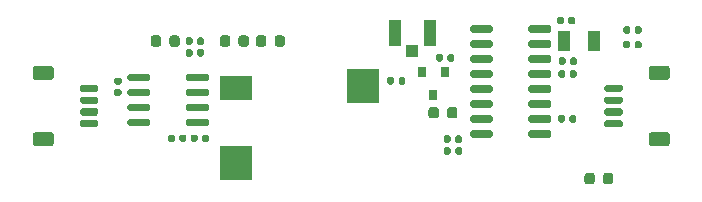
<source format=gbr>
%TF.GenerationSoftware,KiCad,Pcbnew,(5.1.6-0-10_14)*%
%TF.CreationDate,2020-10-15T10:38:44-05:00*%
%TF.ProjectId,MBRadio_4732_BO,4d425261-6469-46f5-9f34-3733325f424f,rev?*%
%TF.SameCoordinates,Original*%
%TF.FileFunction,Paste,Top*%
%TF.FilePolarity,Positive*%
%FSLAX46Y46*%
G04 Gerber Fmt 4.6, Leading zero omitted, Abs format (unit mm)*
G04 Created by KiCad (PCBNEW (5.1.6-0-10_14)) date 2020-10-15 10:38:44*
%MOMM*%
%LPD*%
G01*
G04 APERTURE LIST*
%ADD10R,0.800000X0.900000*%
%ADD11R,2.700000X2.900000*%
%ADD12R,2.700000X2.100000*%
%ADD13R,1.050000X2.200000*%
%ADD14R,1.000000X1.050000*%
%ADD15R,1.000000X1.800000*%
G04 APERTURE END LIST*
%TO.C,U5*%
G36*
G01*
X37550000Y-95745000D02*
X37550000Y-95445000D01*
G75*
G02*
X37700000Y-95295000I150000J0D01*
G01*
X39350000Y-95295000D01*
G75*
G02*
X39500000Y-95445000I0J-150000D01*
G01*
X39500000Y-95745000D01*
G75*
G02*
X39350000Y-95895000I-150000J0D01*
G01*
X37700000Y-95895000D01*
G75*
G02*
X37550000Y-95745000I0J150000D01*
G01*
G37*
G36*
G01*
X37550000Y-97015000D02*
X37550000Y-96715000D01*
G75*
G02*
X37700000Y-96565000I150000J0D01*
G01*
X39350000Y-96565000D01*
G75*
G02*
X39500000Y-96715000I0J-150000D01*
G01*
X39500000Y-97015000D01*
G75*
G02*
X39350000Y-97165000I-150000J0D01*
G01*
X37700000Y-97165000D01*
G75*
G02*
X37550000Y-97015000I0J150000D01*
G01*
G37*
G36*
G01*
X37550000Y-98285000D02*
X37550000Y-97985000D01*
G75*
G02*
X37700000Y-97835000I150000J0D01*
G01*
X39350000Y-97835000D01*
G75*
G02*
X39500000Y-97985000I0J-150000D01*
G01*
X39500000Y-98285000D01*
G75*
G02*
X39350000Y-98435000I-150000J0D01*
G01*
X37700000Y-98435000D01*
G75*
G02*
X37550000Y-98285000I0J150000D01*
G01*
G37*
G36*
G01*
X37550000Y-99555000D02*
X37550000Y-99255000D01*
G75*
G02*
X37700000Y-99105000I150000J0D01*
G01*
X39350000Y-99105000D01*
G75*
G02*
X39500000Y-99255000I0J-150000D01*
G01*
X39500000Y-99555000D01*
G75*
G02*
X39350000Y-99705000I-150000J0D01*
G01*
X37700000Y-99705000D01*
G75*
G02*
X37550000Y-99555000I0J150000D01*
G01*
G37*
G36*
G01*
X42500000Y-99555000D02*
X42500000Y-99255000D01*
G75*
G02*
X42650000Y-99105000I150000J0D01*
G01*
X44300000Y-99105000D01*
G75*
G02*
X44450000Y-99255000I0J-150000D01*
G01*
X44450000Y-99555000D01*
G75*
G02*
X44300000Y-99705000I-150000J0D01*
G01*
X42650000Y-99705000D01*
G75*
G02*
X42500000Y-99555000I0J150000D01*
G01*
G37*
G36*
G01*
X42500000Y-98285000D02*
X42500000Y-97985000D01*
G75*
G02*
X42650000Y-97835000I150000J0D01*
G01*
X44300000Y-97835000D01*
G75*
G02*
X44450000Y-97985000I0J-150000D01*
G01*
X44450000Y-98285000D01*
G75*
G02*
X44300000Y-98435000I-150000J0D01*
G01*
X42650000Y-98435000D01*
G75*
G02*
X42500000Y-98285000I0J150000D01*
G01*
G37*
G36*
G01*
X42500000Y-97015000D02*
X42500000Y-96715000D01*
G75*
G02*
X42650000Y-96565000I150000J0D01*
G01*
X44300000Y-96565000D01*
G75*
G02*
X44450000Y-96715000I0J-150000D01*
G01*
X44450000Y-97015000D01*
G75*
G02*
X44300000Y-97165000I-150000J0D01*
G01*
X42650000Y-97165000D01*
G75*
G02*
X42500000Y-97015000I0J150000D01*
G01*
G37*
G36*
G01*
X42500000Y-95745000D02*
X42500000Y-95445000D01*
G75*
G02*
X42650000Y-95295000I150000J0D01*
G01*
X44300000Y-95295000D01*
G75*
G02*
X44450000Y-95445000I0J-150000D01*
G01*
X44450000Y-95745000D01*
G75*
G02*
X44300000Y-95895000I-150000J0D01*
G01*
X42650000Y-95895000D01*
G75*
G02*
X42500000Y-95745000I0J150000D01*
G01*
G37*
%TD*%
%TO.C,C1*%
G36*
G01*
X74040000Y-95452500D02*
X74040000Y-95107500D01*
G75*
G02*
X74187500Y-94960000I147500J0D01*
G01*
X74482500Y-94960000D01*
G75*
G02*
X74630000Y-95107500I0J-147500D01*
G01*
X74630000Y-95452500D01*
G75*
G02*
X74482500Y-95600000I-147500J0D01*
G01*
X74187500Y-95600000D01*
G75*
G02*
X74040000Y-95452500I0J147500D01*
G01*
G37*
G36*
G01*
X75010000Y-95452500D02*
X75010000Y-95107500D01*
G75*
G02*
X75157500Y-94960000I147500J0D01*
G01*
X75452500Y-94960000D01*
G75*
G02*
X75600000Y-95107500I0J-147500D01*
G01*
X75600000Y-95452500D01*
G75*
G02*
X75452500Y-95600000I-147500J0D01*
G01*
X75157500Y-95600000D01*
G75*
G02*
X75010000Y-95452500I0J147500D01*
G01*
G37*
%TD*%
%TO.C,C2*%
G36*
G01*
X75020000Y-94372500D02*
X75020000Y-94027500D01*
G75*
G02*
X75167500Y-93880000I147500J0D01*
G01*
X75462500Y-93880000D01*
G75*
G02*
X75610000Y-94027500I0J-147500D01*
G01*
X75610000Y-94372500D01*
G75*
G02*
X75462500Y-94520000I-147500J0D01*
G01*
X75167500Y-94520000D01*
G75*
G02*
X75020000Y-94372500I0J147500D01*
G01*
G37*
G36*
G01*
X74050000Y-94372500D02*
X74050000Y-94027500D01*
G75*
G02*
X74197500Y-93880000I147500J0D01*
G01*
X74492500Y-93880000D01*
G75*
G02*
X74640000Y-94027500I0J-147500D01*
G01*
X74640000Y-94372500D01*
G75*
G02*
X74492500Y-94520000I-147500J0D01*
G01*
X74197500Y-94520000D01*
G75*
G02*
X74050000Y-94372500I0J147500D01*
G01*
G37*
%TD*%
%TO.C,C6*%
G36*
G01*
X63670000Y-94082500D02*
X63670000Y-93737500D01*
G75*
G02*
X63817500Y-93590000I147500J0D01*
G01*
X64112500Y-93590000D01*
G75*
G02*
X64260000Y-93737500I0J-147500D01*
G01*
X64260000Y-94082500D01*
G75*
G02*
X64112500Y-94230000I-147500J0D01*
G01*
X63817500Y-94230000D01*
G75*
G02*
X63670000Y-94082500I0J147500D01*
G01*
G37*
G36*
G01*
X64640000Y-94082500D02*
X64640000Y-93737500D01*
G75*
G02*
X64787500Y-93590000I147500J0D01*
G01*
X65082500Y-93590000D01*
G75*
G02*
X65230000Y-93737500I0J-147500D01*
G01*
X65230000Y-94082500D01*
G75*
G02*
X65082500Y-94230000I-147500J0D01*
G01*
X64787500Y-94230000D01*
G75*
G02*
X64640000Y-94082500I0J147500D01*
G01*
G37*
%TD*%
%TO.C,C7*%
G36*
G01*
X45375000Y-92756250D02*
X45375000Y-92243750D01*
G75*
G02*
X45593750Y-92025000I218750J0D01*
G01*
X46031250Y-92025000D01*
G75*
G02*
X46250000Y-92243750I0J-218750D01*
G01*
X46250000Y-92756250D01*
G75*
G02*
X46031250Y-92975000I-218750J0D01*
G01*
X45593750Y-92975000D01*
G75*
G02*
X45375000Y-92756250I0J218750D01*
G01*
G37*
G36*
G01*
X46950000Y-92756250D02*
X46950000Y-92243750D01*
G75*
G02*
X47168750Y-92025000I218750J0D01*
G01*
X47606250Y-92025000D01*
G75*
G02*
X47825000Y-92243750I0J-218750D01*
G01*
X47825000Y-92756250D01*
G75*
G02*
X47606250Y-92975000I-218750J0D01*
G01*
X47168750Y-92975000D01*
G75*
G02*
X46950000Y-92756250I0J218750D01*
G01*
G37*
%TD*%
%TO.C,C9*%
G36*
G01*
X60500000Y-96032500D02*
X60500000Y-95687500D01*
G75*
G02*
X60647500Y-95540000I147500J0D01*
G01*
X60942500Y-95540000D01*
G75*
G02*
X61090000Y-95687500I0J-147500D01*
G01*
X61090000Y-96032500D01*
G75*
G02*
X60942500Y-96180000I-147500J0D01*
G01*
X60647500Y-96180000D01*
G75*
G02*
X60500000Y-96032500I0J147500D01*
G01*
G37*
G36*
G01*
X59530000Y-96032500D02*
X59530000Y-95687500D01*
G75*
G02*
X59677500Y-95540000I147500J0D01*
G01*
X59972500Y-95540000D01*
G75*
G02*
X60120000Y-95687500I0J-147500D01*
G01*
X60120000Y-96032500D01*
G75*
G02*
X59972500Y-96180000I-147500J0D01*
G01*
X59677500Y-96180000D01*
G75*
G02*
X59530000Y-96032500I0J147500D01*
G01*
G37*
%TD*%
%TO.C,C12*%
G36*
G01*
X39525000Y-92756250D02*
X39525000Y-92243750D01*
G75*
G02*
X39743750Y-92025000I218750J0D01*
G01*
X40181250Y-92025000D01*
G75*
G02*
X40400000Y-92243750I0J-218750D01*
G01*
X40400000Y-92756250D01*
G75*
G02*
X40181250Y-92975000I-218750J0D01*
G01*
X39743750Y-92975000D01*
G75*
G02*
X39525000Y-92756250I0J218750D01*
G01*
G37*
G36*
G01*
X41100000Y-92756250D02*
X41100000Y-92243750D01*
G75*
G02*
X41318750Y-92025000I218750J0D01*
G01*
X41756250Y-92025000D01*
G75*
G02*
X41975000Y-92243750I0J-218750D01*
G01*
X41975000Y-92756250D01*
G75*
G02*
X41756250Y-92975000I-218750J0D01*
G01*
X41318750Y-92975000D01*
G75*
G02*
X41100000Y-92756250I0J218750D01*
G01*
G37*
%TD*%
%TO.C,C13*%
G36*
G01*
X36912500Y-96180000D02*
X36567500Y-96180000D01*
G75*
G02*
X36420000Y-96032500I0J147500D01*
G01*
X36420000Y-95737500D01*
G75*
G02*
X36567500Y-95590000I147500J0D01*
G01*
X36912500Y-95590000D01*
G75*
G02*
X37060000Y-95737500I0J-147500D01*
G01*
X37060000Y-96032500D01*
G75*
G02*
X36912500Y-96180000I-147500J0D01*
G01*
G37*
G36*
G01*
X36912500Y-97150000D02*
X36567500Y-97150000D01*
G75*
G02*
X36420000Y-97002500I0J147500D01*
G01*
X36420000Y-96707500D01*
G75*
G02*
X36567500Y-96560000I147500J0D01*
G01*
X36912500Y-96560000D01*
G75*
G02*
X37060000Y-96707500I0J-147500D01*
G01*
X37060000Y-97002500D01*
G75*
G02*
X36912500Y-97150000I-147500J0D01*
G01*
G37*
%TD*%
%TO.C,C14*%
G36*
G01*
X42540000Y-100557500D02*
X42540000Y-100902500D01*
G75*
G02*
X42392500Y-101050000I-147500J0D01*
G01*
X42097500Y-101050000D01*
G75*
G02*
X41950000Y-100902500I0J147500D01*
G01*
X41950000Y-100557500D01*
G75*
G02*
X42097500Y-100410000I147500J0D01*
G01*
X42392500Y-100410000D01*
G75*
G02*
X42540000Y-100557500I0J-147500D01*
G01*
G37*
G36*
G01*
X41570000Y-100557500D02*
X41570000Y-100902500D01*
G75*
G02*
X41422500Y-101050000I-147500J0D01*
G01*
X41127500Y-101050000D01*
G75*
G02*
X40980000Y-100902500I0J147500D01*
G01*
X40980000Y-100557500D01*
G75*
G02*
X41127500Y-100410000I147500J0D01*
G01*
X41422500Y-100410000D01*
G75*
G02*
X41570000Y-100557500I0J-147500D01*
G01*
G37*
%TD*%
D10*
%TO.C,D2*%
X64400000Y-95080000D03*
X62500000Y-95080000D03*
X63450000Y-97080000D03*
%TD*%
D11*
%TO.C,J3*%
X46750000Y-102800000D03*
X57450000Y-96300000D03*
D12*
X46750000Y-96450000D03*
%TD*%
%TO.C,J2*%
G36*
G01*
X79335000Y-99800000D02*
X78085000Y-99800000D01*
G75*
G02*
X77935000Y-99650000I0J150000D01*
G01*
X77935000Y-99350000D01*
G75*
G02*
X78085000Y-99200000I150000J0D01*
G01*
X79335000Y-99200000D01*
G75*
G02*
X79485000Y-99350000I0J-150000D01*
G01*
X79485000Y-99650000D01*
G75*
G02*
X79335000Y-99800000I-150000J0D01*
G01*
G37*
G36*
G01*
X79335000Y-98800000D02*
X78085000Y-98800000D01*
G75*
G02*
X77935000Y-98650000I0J150000D01*
G01*
X77935000Y-98350000D01*
G75*
G02*
X78085000Y-98200000I150000J0D01*
G01*
X79335000Y-98200000D01*
G75*
G02*
X79485000Y-98350000I0J-150000D01*
G01*
X79485000Y-98650000D01*
G75*
G02*
X79335000Y-98800000I-150000J0D01*
G01*
G37*
G36*
G01*
X79335000Y-97800000D02*
X78085000Y-97800000D01*
G75*
G02*
X77935000Y-97650000I0J150000D01*
G01*
X77935000Y-97350000D01*
G75*
G02*
X78085000Y-97200000I150000J0D01*
G01*
X79335000Y-97200000D01*
G75*
G02*
X79485000Y-97350000I0J-150000D01*
G01*
X79485000Y-97650000D01*
G75*
G02*
X79335000Y-97800000I-150000J0D01*
G01*
G37*
G36*
G01*
X79335000Y-96800000D02*
X78085000Y-96800000D01*
G75*
G02*
X77935000Y-96650000I0J150000D01*
G01*
X77935000Y-96350000D01*
G75*
G02*
X78085000Y-96200000I150000J0D01*
G01*
X79335000Y-96200000D01*
G75*
G02*
X79485000Y-96350000I0J-150000D01*
G01*
X79485000Y-96650000D01*
G75*
G02*
X79335000Y-96800000I-150000J0D01*
G01*
G37*
G36*
G01*
X83235400Y-101400000D02*
X81934600Y-101400000D01*
G75*
G02*
X81685000Y-101150400I0J249600D01*
G01*
X81685000Y-100449600D01*
G75*
G02*
X81934600Y-100200000I249600J0D01*
G01*
X83235400Y-100200000D01*
G75*
G02*
X83485000Y-100449600I0J-249600D01*
G01*
X83485000Y-101150400D01*
G75*
G02*
X83235400Y-101400000I-249600J0D01*
G01*
G37*
G36*
G01*
X83235400Y-95800000D02*
X81934600Y-95800000D01*
G75*
G02*
X81685000Y-95550400I0J249600D01*
G01*
X81685000Y-94849600D01*
G75*
G02*
X81934600Y-94600000I249600J0D01*
G01*
X83235400Y-94600000D01*
G75*
G02*
X83485000Y-94849600I0J-249600D01*
G01*
X83485000Y-95550400D01*
G75*
G02*
X83235400Y-95800000I-249600J0D01*
G01*
G37*
%TD*%
%TO.C,L1*%
G36*
G01*
X65485000Y-98313750D02*
X65485000Y-98826250D01*
G75*
G02*
X65266250Y-99045000I-218750J0D01*
G01*
X64828750Y-99045000D01*
G75*
G02*
X64610000Y-98826250I0J218750D01*
G01*
X64610000Y-98313750D01*
G75*
G02*
X64828750Y-98095000I218750J0D01*
G01*
X65266250Y-98095000D01*
G75*
G02*
X65485000Y-98313750I0J-218750D01*
G01*
G37*
G36*
G01*
X63910000Y-98313750D02*
X63910000Y-98826250D01*
G75*
G02*
X63691250Y-99045000I-218750J0D01*
G01*
X63253750Y-99045000D01*
G75*
G02*
X63035000Y-98826250I0J218750D01*
G01*
X63035000Y-98313750D01*
G75*
G02*
X63253750Y-98095000I218750J0D01*
G01*
X63691250Y-98095000D01*
G75*
G02*
X63910000Y-98313750I0J-218750D01*
G01*
G37*
%TD*%
%TO.C,R2*%
G36*
G01*
X73910000Y-90942500D02*
X73910000Y-90597500D01*
G75*
G02*
X74057500Y-90450000I147500J0D01*
G01*
X74352500Y-90450000D01*
G75*
G02*
X74500000Y-90597500I0J-147500D01*
G01*
X74500000Y-90942500D01*
G75*
G02*
X74352500Y-91090000I-147500J0D01*
G01*
X74057500Y-91090000D01*
G75*
G02*
X73910000Y-90942500I0J147500D01*
G01*
G37*
G36*
G01*
X74880000Y-90942500D02*
X74880000Y-90597500D01*
G75*
G02*
X75027500Y-90450000I147500J0D01*
G01*
X75322500Y-90450000D01*
G75*
G02*
X75470000Y-90597500I0J-147500D01*
G01*
X75470000Y-90942500D01*
G75*
G02*
X75322500Y-91090000I-147500J0D01*
G01*
X75027500Y-91090000D01*
G75*
G02*
X74880000Y-90942500I0J147500D01*
G01*
G37*
%TD*%
%TO.C,R5*%
G36*
G01*
X42470000Y-92672500D02*
X42470000Y-92327500D01*
G75*
G02*
X42617500Y-92180000I147500J0D01*
G01*
X42912500Y-92180000D01*
G75*
G02*
X43060000Y-92327500I0J-147500D01*
G01*
X43060000Y-92672500D01*
G75*
G02*
X42912500Y-92820000I-147500J0D01*
G01*
X42617500Y-92820000D01*
G75*
G02*
X42470000Y-92672500I0J147500D01*
G01*
G37*
G36*
G01*
X43440000Y-92672500D02*
X43440000Y-92327500D01*
G75*
G02*
X43587500Y-92180000I147500J0D01*
G01*
X43882500Y-92180000D01*
G75*
G02*
X44030000Y-92327500I0J-147500D01*
G01*
X44030000Y-92672500D01*
G75*
G02*
X43882500Y-92820000I-147500J0D01*
G01*
X43587500Y-92820000D01*
G75*
G02*
X43440000Y-92672500I0J147500D01*
G01*
G37*
%TD*%
%TO.C,R12*%
G36*
G01*
X43440000Y-93672500D02*
X43440000Y-93327500D01*
G75*
G02*
X43587500Y-93180000I147500J0D01*
G01*
X43882500Y-93180000D01*
G75*
G02*
X44030000Y-93327500I0J-147500D01*
G01*
X44030000Y-93672500D01*
G75*
G02*
X43882500Y-93820000I-147500J0D01*
G01*
X43587500Y-93820000D01*
G75*
G02*
X43440000Y-93672500I0J147500D01*
G01*
G37*
G36*
G01*
X42470000Y-93672500D02*
X42470000Y-93327500D01*
G75*
G02*
X42617500Y-93180000I147500J0D01*
G01*
X42912500Y-93180000D01*
G75*
G02*
X43060000Y-93327500I0J-147500D01*
G01*
X43060000Y-93672500D01*
G75*
G02*
X42912500Y-93820000I-147500J0D01*
G01*
X42617500Y-93820000D01*
G75*
G02*
X42470000Y-93672500I0J147500D01*
G01*
G37*
%TD*%
%TO.C,R13*%
G36*
G01*
X43490000Y-100557500D02*
X43490000Y-100902500D01*
G75*
G02*
X43342500Y-101050000I-147500J0D01*
G01*
X43047500Y-101050000D01*
G75*
G02*
X42900000Y-100902500I0J147500D01*
G01*
X42900000Y-100557500D01*
G75*
G02*
X43047500Y-100410000I147500J0D01*
G01*
X43342500Y-100410000D01*
G75*
G02*
X43490000Y-100557500I0J-147500D01*
G01*
G37*
G36*
G01*
X44460000Y-100557500D02*
X44460000Y-100902500D01*
G75*
G02*
X44312500Y-101050000I-147500J0D01*
G01*
X44017500Y-101050000D01*
G75*
G02*
X43870000Y-100902500I0J147500D01*
G01*
X43870000Y-100557500D01*
G75*
G02*
X44017500Y-100410000I147500J0D01*
G01*
X44312500Y-100410000D01*
G75*
G02*
X44460000Y-100557500I0J-147500D01*
G01*
G37*
%TD*%
%TO.C,U1*%
G36*
G01*
X66550000Y-91625000D02*
X66550000Y-91325000D01*
G75*
G02*
X66700000Y-91175000I150000J0D01*
G01*
X68350000Y-91175000D01*
G75*
G02*
X68500000Y-91325000I0J-150000D01*
G01*
X68500000Y-91625000D01*
G75*
G02*
X68350000Y-91775000I-150000J0D01*
G01*
X66700000Y-91775000D01*
G75*
G02*
X66550000Y-91625000I0J150000D01*
G01*
G37*
G36*
G01*
X66550000Y-92895000D02*
X66550000Y-92595000D01*
G75*
G02*
X66700000Y-92445000I150000J0D01*
G01*
X68350000Y-92445000D01*
G75*
G02*
X68500000Y-92595000I0J-150000D01*
G01*
X68500000Y-92895000D01*
G75*
G02*
X68350000Y-93045000I-150000J0D01*
G01*
X66700000Y-93045000D01*
G75*
G02*
X66550000Y-92895000I0J150000D01*
G01*
G37*
G36*
G01*
X66550000Y-94165000D02*
X66550000Y-93865000D01*
G75*
G02*
X66700000Y-93715000I150000J0D01*
G01*
X68350000Y-93715000D01*
G75*
G02*
X68500000Y-93865000I0J-150000D01*
G01*
X68500000Y-94165000D01*
G75*
G02*
X68350000Y-94315000I-150000J0D01*
G01*
X66700000Y-94315000D01*
G75*
G02*
X66550000Y-94165000I0J150000D01*
G01*
G37*
G36*
G01*
X66550000Y-95435000D02*
X66550000Y-95135000D01*
G75*
G02*
X66700000Y-94985000I150000J0D01*
G01*
X68350000Y-94985000D01*
G75*
G02*
X68500000Y-95135000I0J-150000D01*
G01*
X68500000Y-95435000D01*
G75*
G02*
X68350000Y-95585000I-150000J0D01*
G01*
X66700000Y-95585000D01*
G75*
G02*
X66550000Y-95435000I0J150000D01*
G01*
G37*
G36*
G01*
X66550000Y-96705000D02*
X66550000Y-96405000D01*
G75*
G02*
X66700000Y-96255000I150000J0D01*
G01*
X68350000Y-96255000D01*
G75*
G02*
X68500000Y-96405000I0J-150000D01*
G01*
X68500000Y-96705000D01*
G75*
G02*
X68350000Y-96855000I-150000J0D01*
G01*
X66700000Y-96855000D01*
G75*
G02*
X66550000Y-96705000I0J150000D01*
G01*
G37*
G36*
G01*
X66550000Y-97975000D02*
X66550000Y-97675000D01*
G75*
G02*
X66700000Y-97525000I150000J0D01*
G01*
X68350000Y-97525000D01*
G75*
G02*
X68500000Y-97675000I0J-150000D01*
G01*
X68500000Y-97975000D01*
G75*
G02*
X68350000Y-98125000I-150000J0D01*
G01*
X66700000Y-98125000D01*
G75*
G02*
X66550000Y-97975000I0J150000D01*
G01*
G37*
G36*
G01*
X66550000Y-99245000D02*
X66550000Y-98945000D01*
G75*
G02*
X66700000Y-98795000I150000J0D01*
G01*
X68350000Y-98795000D01*
G75*
G02*
X68500000Y-98945000I0J-150000D01*
G01*
X68500000Y-99245000D01*
G75*
G02*
X68350000Y-99395000I-150000J0D01*
G01*
X66700000Y-99395000D01*
G75*
G02*
X66550000Y-99245000I0J150000D01*
G01*
G37*
G36*
G01*
X66550000Y-100515000D02*
X66550000Y-100215000D01*
G75*
G02*
X66700000Y-100065000I150000J0D01*
G01*
X68350000Y-100065000D01*
G75*
G02*
X68500000Y-100215000I0J-150000D01*
G01*
X68500000Y-100515000D01*
G75*
G02*
X68350000Y-100665000I-150000J0D01*
G01*
X66700000Y-100665000D01*
G75*
G02*
X66550000Y-100515000I0J150000D01*
G01*
G37*
G36*
G01*
X71500000Y-100515000D02*
X71500000Y-100215000D01*
G75*
G02*
X71650000Y-100065000I150000J0D01*
G01*
X73300000Y-100065000D01*
G75*
G02*
X73450000Y-100215000I0J-150000D01*
G01*
X73450000Y-100515000D01*
G75*
G02*
X73300000Y-100665000I-150000J0D01*
G01*
X71650000Y-100665000D01*
G75*
G02*
X71500000Y-100515000I0J150000D01*
G01*
G37*
G36*
G01*
X71500000Y-99245000D02*
X71500000Y-98945000D01*
G75*
G02*
X71650000Y-98795000I150000J0D01*
G01*
X73300000Y-98795000D01*
G75*
G02*
X73450000Y-98945000I0J-150000D01*
G01*
X73450000Y-99245000D01*
G75*
G02*
X73300000Y-99395000I-150000J0D01*
G01*
X71650000Y-99395000D01*
G75*
G02*
X71500000Y-99245000I0J150000D01*
G01*
G37*
G36*
G01*
X71500000Y-97975000D02*
X71500000Y-97675000D01*
G75*
G02*
X71650000Y-97525000I150000J0D01*
G01*
X73300000Y-97525000D01*
G75*
G02*
X73450000Y-97675000I0J-150000D01*
G01*
X73450000Y-97975000D01*
G75*
G02*
X73300000Y-98125000I-150000J0D01*
G01*
X71650000Y-98125000D01*
G75*
G02*
X71500000Y-97975000I0J150000D01*
G01*
G37*
G36*
G01*
X71500000Y-96705000D02*
X71500000Y-96405000D01*
G75*
G02*
X71650000Y-96255000I150000J0D01*
G01*
X73300000Y-96255000D01*
G75*
G02*
X73450000Y-96405000I0J-150000D01*
G01*
X73450000Y-96705000D01*
G75*
G02*
X73300000Y-96855000I-150000J0D01*
G01*
X71650000Y-96855000D01*
G75*
G02*
X71500000Y-96705000I0J150000D01*
G01*
G37*
G36*
G01*
X71500000Y-95435000D02*
X71500000Y-95135000D01*
G75*
G02*
X71650000Y-94985000I150000J0D01*
G01*
X73300000Y-94985000D01*
G75*
G02*
X73450000Y-95135000I0J-150000D01*
G01*
X73450000Y-95435000D01*
G75*
G02*
X73300000Y-95585000I-150000J0D01*
G01*
X71650000Y-95585000D01*
G75*
G02*
X71500000Y-95435000I0J150000D01*
G01*
G37*
G36*
G01*
X71500000Y-94165000D02*
X71500000Y-93865000D01*
G75*
G02*
X71650000Y-93715000I150000J0D01*
G01*
X73300000Y-93715000D01*
G75*
G02*
X73450000Y-93865000I0J-150000D01*
G01*
X73450000Y-94165000D01*
G75*
G02*
X73300000Y-94315000I-150000J0D01*
G01*
X71650000Y-94315000D01*
G75*
G02*
X71500000Y-94165000I0J150000D01*
G01*
G37*
G36*
G01*
X71500000Y-92895000D02*
X71500000Y-92595000D01*
G75*
G02*
X71650000Y-92445000I150000J0D01*
G01*
X73300000Y-92445000D01*
G75*
G02*
X73450000Y-92595000I0J-150000D01*
G01*
X73450000Y-92895000D01*
G75*
G02*
X73300000Y-93045000I-150000J0D01*
G01*
X71650000Y-93045000D01*
G75*
G02*
X71500000Y-92895000I0J150000D01*
G01*
G37*
G36*
G01*
X71500000Y-91625000D02*
X71500000Y-91325000D01*
G75*
G02*
X71650000Y-91175000I150000J0D01*
G01*
X73300000Y-91175000D01*
G75*
G02*
X73450000Y-91325000I0J-150000D01*
G01*
X73450000Y-91625000D01*
G75*
G02*
X73300000Y-91775000I-150000J0D01*
G01*
X71650000Y-91775000D01*
G75*
G02*
X71500000Y-91625000I0J150000D01*
G01*
G37*
%TD*%
%TO.C,J1*%
G36*
G01*
X33675000Y-96200000D02*
X34925000Y-96200000D01*
G75*
G02*
X35075000Y-96350000I0J-150000D01*
G01*
X35075000Y-96650000D01*
G75*
G02*
X34925000Y-96800000I-150000J0D01*
G01*
X33675000Y-96800000D01*
G75*
G02*
X33525000Y-96650000I0J150000D01*
G01*
X33525000Y-96350000D01*
G75*
G02*
X33675000Y-96200000I150000J0D01*
G01*
G37*
G36*
G01*
X33675000Y-97200000D02*
X34925000Y-97200000D01*
G75*
G02*
X35075000Y-97350000I0J-150000D01*
G01*
X35075000Y-97650000D01*
G75*
G02*
X34925000Y-97800000I-150000J0D01*
G01*
X33675000Y-97800000D01*
G75*
G02*
X33525000Y-97650000I0J150000D01*
G01*
X33525000Y-97350000D01*
G75*
G02*
X33675000Y-97200000I150000J0D01*
G01*
G37*
G36*
G01*
X33675000Y-98200000D02*
X34925000Y-98200000D01*
G75*
G02*
X35075000Y-98350000I0J-150000D01*
G01*
X35075000Y-98650000D01*
G75*
G02*
X34925000Y-98800000I-150000J0D01*
G01*
X33675000Y-98800000D01*
G75*
G02*
X33525000Y-98650000I0J150000D01*
G01*
X33525000Y-98350000D01*
G75*
G02*
X33675000Y-98200000I150000J0D01*
G01*
G37*
G36*
G01*
X33675000Y-99200000D02*
X34925000Y-99200000D01*
G75*
G02*
X35075000Y-99350000I0J-150000D01*
G01*
X35075000Y-99650000D01*
G75*
G02*
X34925000Y-99800000I-150000J0D01*
G01*
X33675000Y-99800000D01*
G75*
G02*
X33525000Y-99650000I0J150000D01*
G01*
X33525000Y-99350000D01*
G75*
G02*
X33675000Y-99200000I150000J0D01*
G01*
G37*
G36*
G01*
X29774600Y-94600000D02*
X31075400Y-94600000D01*
G75*
G02*
X31325000Y-94849600I0J-249600D01*
G01*
X31325000Y-95550400D01*
G75*
G02*
X31075400Y-95800000I-249600J0D01*
G01*
X29774600Y-95800000D01*
G75*
G02*
X29525000Y-95550400I0J249600D01*
G01*
X29525000Y-94849600D01*
G75*
G02*
X29774600Y-94600000I249600J0D01*
G01*
G37*
G36*
G01*
X29774600Y-100200000D02*
X31075400Y-100200000D01*
G75*
G02*
X31325000Y-100449600I0J-249600D01*
G01*
X31325000Y-101150400D01*
G75*
G02*
X31075400Y-101400000I-249600J0D01*
G01*
X29774600Y-101400000D01*
G75*
G02*
X29525000Y-101150400I0J249600D01*
G01*
X29525000Y-100449600D01*
G75*
G02*
X29774600Y-100200000I249600J0D01*
G01*
G37*
%TD*%
%TO.C,C8*%
G36*
G01*
X48425000Y-92756250D02*
X48425000Y-92243750D01*
G75*
G02*
X48643750Y-92025000I218750J0D01*
G01*
X49081250Y-92025000D01*
G75*
G02*
X49300000Y-92243750I0J-218750D01*
G01*
X49300000Y-92756250D01*
G75*
G02*
X49081250Y-92975000I-218750J0D01*
G01*
X48643750Y-92975000D01*
G75*
G02*
X48425000Y-92756250I0J218750D01*
G01*
G37*
G36*
G01*
X50000000Y-92756250D02*
X50000000Y-92243750D01*
G75*
G02*
X50218750Y-92025000I218750J0D01*
G01*
X50656250Y-92025000D01*
G75*
G02*
X50875000Y-92243750I0J-218750D01*
G01*
X50875000Y-92756250D01*
G75*
G02*
X50656250Y-92975000I-218750J0D01*
G01*
X50218750Y-92975000D01*
G75*
G02*
X50000000Y-92756250I0J218750D01*
G01*
G37*
%TD*%
D13*
%TO.C,J5*%
X63155000Y-91825000D03*
D14*
X61680000Y-93350000D03*
D13*
X60205000Y-91825000D03*
%TD*%
%TO.C,R3*%
G36*
G01*
X75560000Y-98917500D02*
X75560000Y-99262500D01*
G75*
G02*
X75412500Y-99410000I-147500J0D01*
G01*
X75117500Y-99410000D01*
G75*
G02*
X74970000Y-99262500I0J147500D01*
G01*
X74970000Y-98917500D01*
G75*
G02*
X75117500Y-98770000I147500J0D01*
G01*
X75412500Y-98770000D01*
G75*
G02*
X75560000Y-98917500I0J-147500D01*
G01*
G37*
G36*
G01*
X74590000Y-98917500D02*
X74590000Y-99262500D01*
G75*
G02*
X74442500Y-99410000I-147500J0D01*
G01*
X74147500Y-99410000D01*
G75*
G02*
X74000000Y-99262500I0J147500D01*
G01*
X74000000Y-98917500D01*
G75*
G02*
X74147500Y-98770000I147500J0D01*
G01*
X74442500Y-98770000D01*
G75*
G02*
X74590000Y-98917500I0J-147500D01*
G01*
G37*
%TD*%
%TO.C,C3*%
G36*
G01*
X78695000Y-103883750D02*
X78695000Y-104396250D01*
G75*
G02*
X78476250Y-104615000I-218750J0D01*
G01*
X78038750Y-104615000D01*
G75*
G02*
X77820000Y-104396250I0J218750D01*
G01*
X77820000Y-103883750D01*
G75*
G02*
X78038750Y-103665000I218750J0D01*
G01*
X78476250Y-103665000D01*
G75*
G02*
X78695000Y-103883750I0J-218750D01*
G01*
G37*
G36*
G01*
X77120000Y-103883750D02*
X77120000Y-104396250D01*
G75*
G02*
X76901250Y-104615000I-218750J0D01*
G01*
X76463750Y-104615000D01*
G75*
G02*
X76245000Y-104396250I0J218750D01*
G01*
X76245000Y-103883750D01*
G75*
G02*
X76463750Y-103665000I218750J0D01*
G01*
X76901250Y-103665000D01*
G75*
G02*
X77120000Y-103883750I0J-218750D01*
G01*
G37*
%TD*%
D15*
%TO.C,Y1*%
X77010000Y-92480000D03*
X74510000Y-92480000D03*
%TD*%
%TO.C,R1*%
G36*
G01*
X65880000Y-101637500D02*
X65880000Y-101982500D01*
G75*
G02*
X65732500Y-102130000I-147500J0D01*
G01*
X65437500Y-102130000D01*
G75*
G02*
X65290000Y-101982500I0J147500D01*
G01*
X65290000Y-101637500D01*
G75*
G02*
X65437500Y-101490000I147500J0D01*
G01*
X65732500Y-101490000D01*
G75*
G02*
X65880000Y-101637500I0J-147500D01*
G01*
G37*
G36*
G01*
X64910000Y-101637500D02*
X64910000Y-101982500D01*
G75*
G02*
X64762500Y-102130000I-147500J0D01*
G01*
X64467500Y-102130000D01*
G75*
G02*
X64320000Y-101982500I0J147500D01*
G01*
X64320000Y-101637500D01*
G75*
G02*
X64467500Y-101490000I147500J0D01*
G01*
X64762500Y-101490000D01*
G75*
G02*
X64910000Y-101637500I0J-147500D01*
G01*
G37*
%TD*%
%TO.C,R4*%
G36*
G01*
X64910000Y-100637500D02*
X64910000Y-100982500D01*
G75*
G02*
X64762500Y-101130000I-147500J0D01*
G01*
X64467500Y-101130000D01*
G75*
G02*
X64320000Y-100982500I0J147500D01*
G01*
X64320000Y-100637500D01*
G75*
G02*
X64467500Y-100490000I147500J0D01*
G01*
X64762500Y-100490000D01*
G75*
G02*
X64910000Y-100637500I0J-147500D01*
G01*
G37*
G36*
G01*
X65880000Y-100637500D02*
X65880000Y-100982500D01*
G75*
G02*
X65732500Y-101130000I-147500J0D01*
G01*
X65437500Y-101130000D01*
G75*
G02*
X65290000Y-100982500I0J147500D01*
G01*
X65290000Y-100637500D01*
G75*
G02*
X65437500Y-100490000I147500J0D01*
G01*
X65732500Y-100490000D01*
G75*
G02*
X65880000Y-100637500I0J-147500D01*
G01*
G37*
%TD*%
%TO.C,D1*%
G36*
G01*
X81080000Y-91377500D02*
X81080000Y-91722500D01*
G75*
G02*
X80932500Y-91870000I-147500J0D01*
G01*
X80637500Y-91870000D01*
G75*
G02*
X80490000Y-91722500I0J147500D01*
G01*
X80490000Y-91377500D01*
G75*
G02*
X80637500Y-91230000I147500J0D01*
G01*
X80932500Y-91230000D01*
G75*
G02*
X81080000Y-91377500I0J-147500D01*
G01*
G37*
G36*
G01*
X80110000Y-91377500D02*
X80110000Y-91722500D01*
G75*
G02*
X79962500Y-91870000I-147500J0D01*
G01*
X79667500Y-91870000D01*
G75*
G02*
X79520000Y-91722500I0J147500D01*
G01*
X79520000Y-91377500D01*
G75*
G02*
X79667500Y-91230000I147500J0D01*
G01*
X79962500Y-91230000D01*
G75*
G02*
X80110000Y-91377500I0J-147500D01*
G01*
G37*
%TD*%
%TO.C,R6*%
G36*
G01*
X81080000Y-92627500D02*
X81080000Y-92972500D01*
G75*
G02*
X80932500Y-93120000I-147500J0D01*
G01*
X80637500Y-93120000D01*
G75*
G02*
X80490000Y-92972500I0J147500D01*
G01*
X80490000Y-92627500D01*
G75*
G02*
X80637500Y-92480000I147500J0D01*
G01*
X80932500Y-92480000D01*
G75*
G02*
X81080000Y-92627500I0J-147500D01*
G01*
G37*
G36*
G01*
X80110000Y-92627500D02*
X80110000Y-92972500D01*
G75*
G02*
X79962500Y-93120000I-147500J0D01*
G01*
X79667500Y-93120000D01*
G75*
G02*
X79520000Y-92972500I0J147500D01*
G01*
X79520000Y-92627500D01*
G75*
G02*
X79667500Y-92480000I147500J0D01*
G01*
X79962500Y-92480000D01*
G75*
G02*
X80110000Y-92627500I0J-147500D01*
G01*
G37*
%TD*%
M02*

</source>
